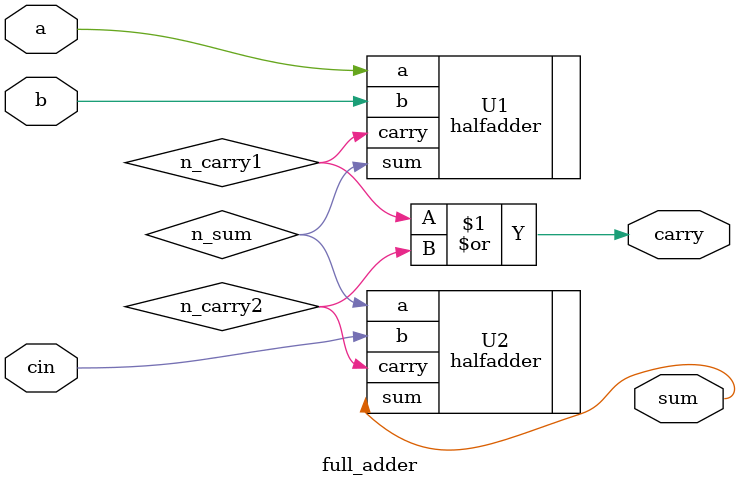
<source format=v>
module full_adder(
	input a, b, cin,
	output sum, carry
);
	wire n_sum, n_carry1, n_carry2;
	halfadder U1(.a(a), .b(b), .sum(n_sum), .carry(n_carry1));
	halfadder U2(.a(n_sum), .b(cin), .sum(sum), .carry(n_carry2));
	or(carry,n_carry1,n_carry2);
endmodule

</source>
